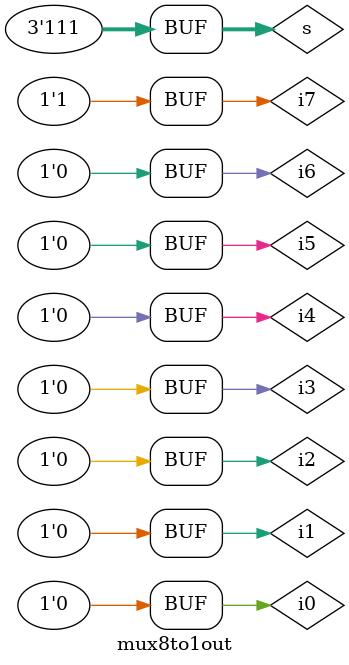
<source format=v>
`timescale 1ns / 1ps


module mux8to1out;

	// Inputs
	reg i0;
	reg i1;
	reg i2;
	reg i3;
	reg i4;
	reg i5;
	reg i6;
	reg i7;
	reg [2:0] s;

	// Outputs
	wire y;

	// Instantiate the Unit Under Test (UUT)
	multiplexer8to1 uut (
		.i0(i0), 
		.i1(i1), 
		.i2(i2), 
		.i3(i3), 
		.i4(i4), 
		.i5(i5), 
		.i6(i6), 
		.i7(i7), 
		.s(s), 
		.y(y)
	);

	initial begin
		// Initialize Inputs
		i0 = 1;
		i1 = 0;
		i2 = 0;
		i3 = 0;
		i4 = 0;
		i5 = 0;
		i6 = 0;
		i7 = 0;
		s = 3'b000;

		// Wait 100 ns for global reset to finish
		#100;
        
		// Add stimulus here
      i0 = 0;
		i1 = 1;
		i2 = 0;
		i3 = 0;
		i4 = 0;
		i5 = 0;
		i6 = 0;
		i7 = 0;
		s = 3'b001;
		#100;
		i0 = 0;
		i1 = 0;
		i2 = 1;
		i3 = 0;
		i4 = 0;
		i5 = 0;
		i6 = 0;
		i7 = 0;
		s = 3'b010;
		#100;
		i0 = 0;
		i1 = 0;
		i2 = 0;
		i3 = 1;
		i4 = 0;
		i5 = 0;
		i6 = 0;
		i7 = 0;
		s = 3'b011;
		#100;
		i0 = 0;
		i1 = 0;
		i2 = 0;
		i3 = 0;
		i4 = 1;
		i5 = 0;
		i6 = 0;
		i7 = 0;
		s = 3'b100;
		#100;
		i0 = 0;
		i1 = 0;
		i2 = 0;
		i3 = 0;
		i4 = 0;
		i5 = 1;
		i6 = 0;
		i7 = 0;
		s = 3'b101;
		#100;
		i0 = 0;
		i1 = 0;
		i2 = 0;
		i3 = 0;
		i4 = 0;
		i5 = 0;
		i6 = 1;
		i7 = 0;
		s = 3'b110;
		#100;
		i0 = 0;
		i1 = 0;
		i2 = 0;
		i3 = 0;
		i4 = 0;
		i5 = 0;
		i6 = 0;
		i7 = 1;
		s = 3'b111;
		#100;
	end
      
endmodule


</source>
